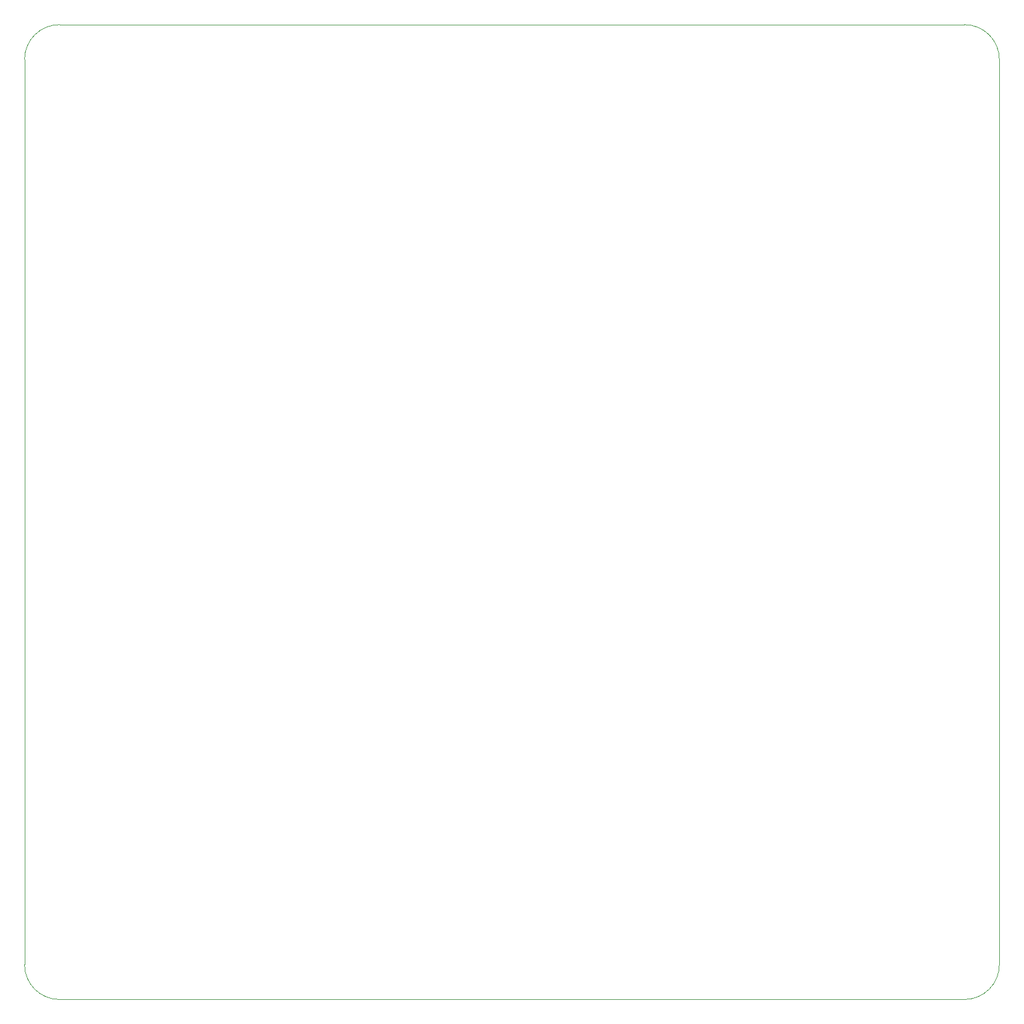
<source format=gm1>
G04 #@! TF.GenerationSoftware,KiCad,Pcbnew,(5.1.4)-1*
G04 #@! TF.CreationDate,2020-12-31T01:26:22+09:00*
G04 #@! TF.ProjectId,fan-vent-blocker,66616e2d-7665-46e7-942d-626c6f636b65,rev?*
G04 #@! TF.SameCoordinates,Original*
G04 #@! TF.FileFunction,Profile,NP*
%FSLAX46Y46*%
G04 Gerber Fmt 4.6, Leading zero omitted, Abs format (unit mm)*
G04 Created by KiCad (PCBNEW (5.1.4)-1) date 2020-12-31 01:26:22*
%MOMM*%
%LPD*%
G04 APERTURE LIST*
%ADD10C,0.050000*%
G04 APERTURE END LIST*
D10*
X35000000Y-170000000D02*
X165000000Y-170000000D01*
X30000000Y-35000000D02*
X30000000Y-165000000D01*
X165000000Y-30000000D02*
X35000000Y-30000000D01*
X170000000Y-165000000D02*
X170000000Y-35000000D01*
X170000000Y-165000000D02*
G75*
G02X165000000Y-170000000I-5000000J0D01*
G01*
X35000000Y-170000000D02*
G75*
G02X30000000Y-165000000I0J5000000D01*
G01*
X30000000Y-35000000D02*
G75*
G02X35000000Y-30000000I5000000J0D01*
G01*
X165000000Y-30000000D02*
G75*
G02X170000000Y-35000000I0J-5000000D01*
G01*
M02*

</source>
